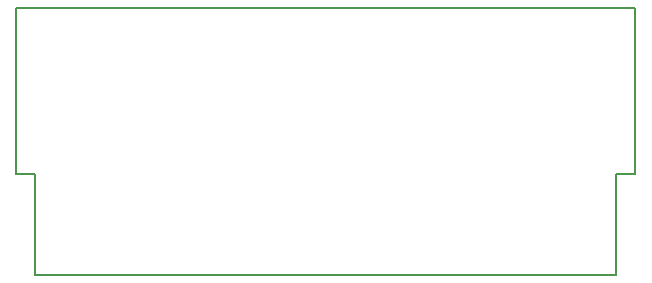
<source format=gbr>
G04 #@! TF.GenerationSoftware,KiCad,Pcbnew,(6.0.1-0)*
G04 #@! TF.CreationDate,2022-02-22T22:29:53-05:00*
G04 #@! TF.ProjectId,GBCart-Extender,47424361-7274-42d4-9578-74656e646572,rev?*
G04 #@! TF.SameCoordinates,Original*
G04 #@! TF.FileFunction,Paste,Top*
G04 #@! TF.FilePolarity,Positive*
%FSLAX46Y46*%
G04 Gerber Fmt 4.6, Leading zero omitted, Abs format (unit mm)*
G04 Created by KiCad (PCBNEW (6.0.1-0)) date 2022-02-22 22:29:53*
%MOMM*%
%LPD*%
G01*
G04 APERTURE LIST*
G04 #@! TA.AperFunction,Profile*
%ADD10C,0.150000*%
G04 #@! TD*
G04 APERTURE END LIST*
D10*
X124600000Y-91400000D02*
X126200000Y-91400000D01*
X75400000Y-100000000D02*
X124600000Y-100000000D01*
X75400000Y-91400000D02*
X73800000Y-91400000D01*
X73800000Y-77350000D02*
X73800000Y-91400000D01*
X126200000Y-91395000D02*
X126200000Y-77350000D01*
X124600000Y-100000000D02*
X124600000Y-91400000D01*
X75400000Y-100000000D02*
X75400000Y-91400000D01*
X73800000Y-77350000D02*
X126200000Y-77350000D01*
M02*

</source>
